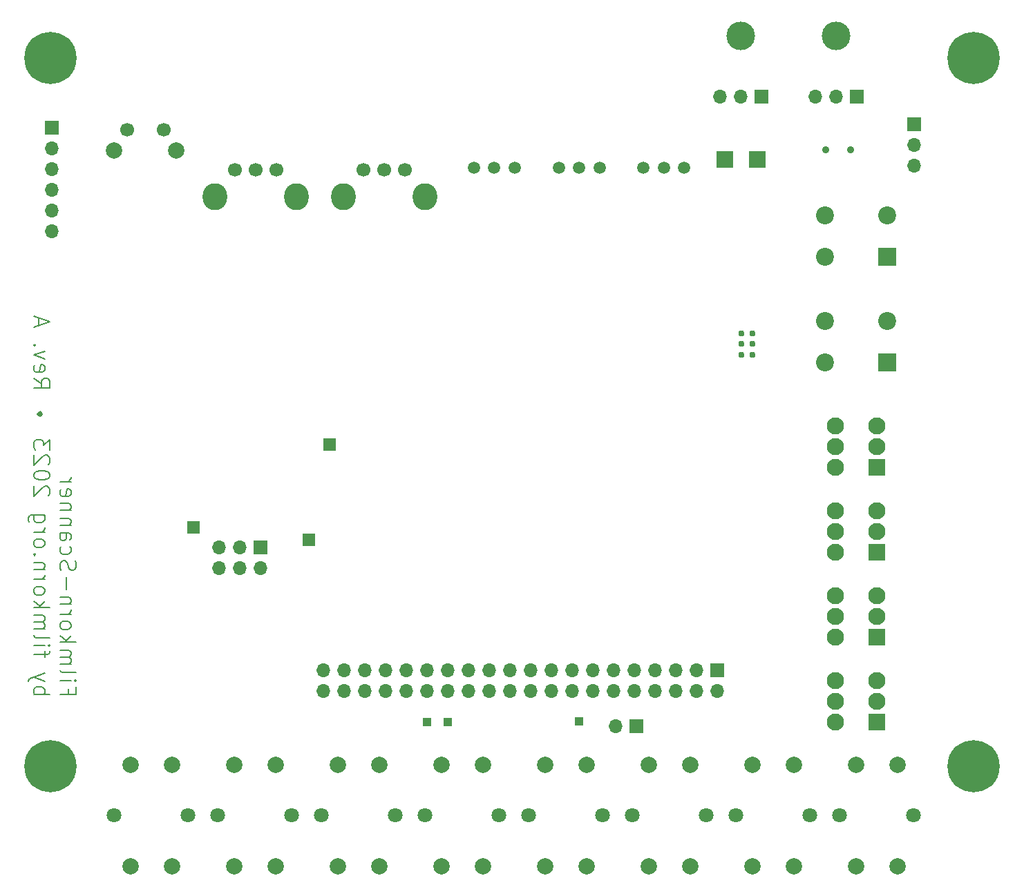
<source format=gbs>
%TF.GenerationSoftware,KiCad,Pcbnew,7.0.9-29-ge2d8d53a10*%
%TF.CreationDate,2023-11-19T17:16:07+01:00*%
%TF.ProjectId,scan-controller-kicad,7363616e-2d63-46f6-9e74-726f6c6c6572,rev?*%
%TF.SameCoordinates,Original*%
%TF.FileFunction,Soldermask,Bot*%
%TF.FilePolarity,Negative*%
%FSLAX46Y46*%
G04 Gerber Fmt 4.6, Leading zero omitted, Abs format (unit mm)*
G04 Created by KiCad (PCBNEW 7.0.9-29-ge2d8d53a10) date 2023-11-19 17:16:07*
%MOMM*%
%LPD*%
G01*
G04 APERTURE LIST*
%ADD10C,0.200000*%
%ADD11C,0.900000*%
%ADD12O,1.700000X1.700000*%
%ADD13R,1.700000X1.700000*%
%ADD14C,2.000000*%
%ADD15C,1.800000*%
%ADD16R,1.500000X1.500000*%
%ADD17C,2.100000*%
%ADD18R,2.100000X2.100000*%
%ADD19C,1.520000*%
%ADD20R,2.000000X2.000000*%
%ADD21C,3.500000*%
%ADD22C,2.600000*%
%ADD23C,0.800000*%
%ADD24C,6.400000*%
%ADD25C,2.200000*%
%ADD26R,2.200000X2.200000*%
%ADD27O,3.000000X3.300000*%
%ADD28C,1.700000*%
%ADD29R,1.000000X1.000000*%
%ADD30C,0.770000*%
G04 APERTURE END LIST*
D10*
X126912781Y-126625565D02*
X126912781Y-127292232D01*
X125865162Y-127292232D02*
X127865162Y-127292232D01*
X127865162Y-127292232D02*
X127865162Y-126339851D01*
X125865162Y-125577946D02*
X127198496Y-125577946D01*
X127865162Y-125577946D02*
X127769924Y-125673184D01*
X127769924Y-125673184D02*
X127674686Y-125577946D01*
X127674686Y-125577946D02*
X127769924Y-125482708D01*
X127769924Y-125482708D02*
X127865162Y-125577946D01*
X127865162Y-125577946D02*
X127674686Y-125577946D01*
X125865162Y-124339851D02*
X125960401Y-124530327D01*
X125960401Y-124530327D02*
X126150877Y-124625565D01*
X126150877Y-124625565D02*
X127865162Y-124625565D01*
X125865162Y-123577946D02*
X127198496Y-123577946D01*
X127008020Y-123577946D02*
X127103258Y-123482708D01*
X127103258Y-123482708D02*
X127198496Y-123292232D01*
X127198496Y-123292232D02*
X127198496Y-123006517D01*
X127198496Y-123006517D02*
X127103258Y-122816041D01*
X127103258Y-122816041D02*
X126912781Y-122720803D01*
X126912781Y-122720803D02*
X125865162Y-122720803D01*
X126912781Y-122720803D02*
X127103258Y-122625565D01*
X127103258Y-122625565D02*
X127198496Y-122435089D01*
X127198496Y-122435089D02*
X127198496Y-122149375D01*
X127198496Y-122149375D02*
X127103258Y-121958898D01*
X127103258Y-121958898D02*
X126912781Y-121863660D01*
X126912781Y-121863660D02*
X125865162Y-121863660D01*
X125865162Y-120911279D02*
X127865162Y-120911279D01*
X126627067Y-120720803D02*
X125865162Y-120149374D01*
X127198496Y-120149374D02*
X126436591Y-120911279D01*
X125865162Y-119006517D02*
X125960401Y-119196993D01*
X125960401Y-119196993D02*
X126055639Y-119292231D01*
X126055639Y-119292231D02*
X126246115Y-119387469D01*
X126246115Y-119387469D02*
X126817543Y-119387469D01*
X126817543Y-119387469D02*
X127008020Y-119292231D01*
X127008020Y-119292231D02*
X127103258Y-119196993D01*
X127103258Y-119196993D02*
X127198496Y-119006517D01*
X127198496Y-119006517D02*
X127198496Y-118720802D01*
X127198496Y-118720802D02*
X127103258Y-118530326D01*
X127103258Y-118530326D02*
X127008020Y-118435088D01*
X127008020Y-118435088D02*
X126817543Y-118339850D01*
X126817543Y-118339850D02*
X126246115Y-118339850D01*
X126246115Y-118339850D02*
X126055639Y-118435088D01*
X126055639Y-118435088D02*
X125960401Y-118530326D01*
X125960401Y-118530326D02*
X125865162Y-118720802D01*
X125865162Y-118720802D02*
X125865162Y-119006517D01*
X125865162Y-117482707D02*
X127198496Y-117482707D01*
X126817543Y-117482707D02*
X127008020Y-117387469D01*
X127008020Y-117387469D02*
X127103258Y-117292231D01*
X127103258Y-117292231D02*
X127198496Y-117101755D01*
X127198496Y-117101755D02*
X127198496Y-116911278D01*
X127198496Y-116244612D02*
X125865162Y-116244612D01*
X127008020Y-116244612D02*
X127103258Y-116149374D01*
X127103258Y-116149374D02*
X127198496Y-115958898D01*
X127198496Y-115958898D02*
X127198496Y-115673183D01*
X127198496Y-115673183D02*
X127103258Y-115482707D01*
X127103258Y-115482707D02*
X126912781Y-115387469D01*
X126912781Y-115387469D02*
X125865162Y-115387469D01*
X126627067Y-114435088D02*
X126627067Y-112911279D01*
X125960401Y-112054136D02*
X125865162Y-111768422D01*
X125865162Y-111768422D02*
X125865162Y-111292231D01*
X125865162Y-111292231D02*
X125960401Y-111101755D01*
X125960401Y-111101755D02*
X126055639Y-111006517D01*
X126055639Y-111006517D02*
X126246115Y-110911279D01*
X126246115Y-110911279D02*
X126436591Y-110911279D01*
X126436591Y-110911279D02*
X126627067Y-111006517D01*
X126627067Y-111006517D02*
X126722305Y-111101755D01*
X126722305Y-111101755D02*
X126817543Y-111292231D01*
X126817543Y-111292231D02*
X126912781Y-111673184D01*
X126912781Y-111673184D02*
X127008020Y-111863660D01*
X127008020Y-111863660D02*
X127103258Y-111958898D01*
X127103258Y-111958898D02*
X127293734Y-112054136D01*
X127293734Y-112054136D02*
X127484210Y-112054136D01*
X127484210Y-112054136D02*
X127674686Y-111958898D01*
X127674686Y-111958898D02*
X127769924Y-111863660D01*
X127769924Y-111863660D02*
X127865162Y-111673184D01*
X127865162Y-111673184D02*
X127865162Y-111196993D01*
X127865162Y-111196993D02*
X127769924Y-110911279D01*
X125960401Y-109196993D02*
X125865162Y-109387469D01*
X125865162Y-109387469D02*
X125865162Y-109768422D01*
X125865162Y-109768422D02*
X125960401Y-109958898D01*
X125960401Y-109958898D02*
X126055639Y-110054136D01*
X126055639Y-110054136D02*
X126246115Y-110149374D01*
X126246115Y-110149374D02*
X126817543Y-110149374D01*
X126817543Y-110149374D02*
X127008020Y-110054136D01*
X127008020Y-110054136D02*
X127103258Y-109958898D01*
X127103258Y-109958898D02*
X127198496Y-109768422D01*
X127198496Y-109768422D02*
X127198496Y-109387469D01*
X127198496Y-109387469D02*
X127103258Y-109196993D01*
X125865162Y-107482707D02*
X126912781Y-107482707D01*
X126912781Y-107482707D02*
X127103258Y-107577945D01*
X127103258Y-107577945D02*
X127198496Y-107768421D01*
X127198496Y-107768421D02*
X127198496Y-108149374D01*
X127198496Y-108149374D02*
X127103258Y-108339850D01*
X125960401Y-107482707D02*
X125865162Y-107673183D01*
X125865162Y-107673183D02*
X125865162Y-108149374D01*
X125865162Y-108149374D02*
X125960401Y-108339850D01*
X125960401Y-108339850D02*
X126150877Y-108435088D01*
X126150877Y-108435088D02*
X126341353Y-108435088D01*
X126341353Y-108435088D02*
X126531829Y-108339850D01*
X126531829Y-108339850D02*
X126627067Y-108149374D01*
X126627067Y-108149374D02*
X126627067Y-107673183D01*
X126627067Y-107673183D02*
X126722305Y-107482707D01*
X127198496Y-106530326D02*
X125865162Y-106530326D01*
X127008020Y-106530326D02*
X127103258Y-106435088D01*
X127103258Y-106435088D02*
X127198496Y-106244612D01*
X127198496Y-106244612D02*
X127198496Y-105958897D01*
X127198496Y-105958897D02*
X127103258Y-105768421D01*
X127103258Y-105768421D02*
X126912781Y-105673183D01*
X126912781Y-105673183D02*
X125865162Y-105673183D01*
X127198496Y-104720802D02*
X125865162Y-104720802D01*
X127008020Y-104720802D02*
X127103258Y-104625564D01*
X127103258Y-104625564D02*
X127198496Y-104435088D01*
X127198496Y-104435088D02*
X127198496Y-104149373D01*
X127198496Y-104149373D02*
X127103258Y-103958897D01*
X127103258Y-103958897D02*
X126912781Y-103863659D01*
X126912781Y-103863659D02*
X125865162Y-103863659D01*
X125960401Y-102149373D02*
X125865162Y-102339849D01*
X125865162Y-102339849D02*
X125865162Y-102720802D01*
X125865162Y-102720802D02*
X125960401Y-102911278D01*
X125960401Y-102911278D02*
X126150877Y-103006516D01*
X126150877Y-103006516D02*
X126912781Y-103006516D01*
X126912781Y-103006516D02*
X127103258Y-102911278D01*
X127103258Y-102911278D02*
X127198496Y-102720802D01*
X127198496Y-102720802D02*
X127198496Y-102339849D01*
X127198496Y-102339849D02*
X127103258Y-102149373D01*
X127103258Y-102149373D02*
X126912781Y-102054135D01*
X126912781Y-102054135D02*
X126722305Y-102054135D01*
X126722305Y-102054135D02*
X126531829Y-103006516D01*
X125865162Y-101196992D02*
X127198496Y-101196992D01*
X126817543Y-101196992D02*
X127008020Y-101101754D01*
X127008020Y-101101754D02*
X127103258Y-101006516D01*
X127103258Y-101006516D02*
X127198496Y-100816040D01*
X127198496Y-100816040D02*
X127198496Y-100625563D01*
X122645162Y-127292232D02*
X124645162Y-127292232D01*
X123883258Y-127292232D02*
X123978496Y-127101756D01*
X123978496Y-127101756D02*
X123978496Y-126720803D01*
X123978496Y-126720803D02*
X123883258Y-126530327D01*
X123883258Y-126530327D02*
X123788020Y-126435089D01*
X123788020Y-126435089D02*
X123597543Y-126339851D01*
X123597543Y-126339851D02*
X123026115Y-126339851D01*
X123026115Y-126339851D02*
X122835639Y-126435089D01*
X122835639Y-126435089D02*
X122740401Y-126530327D01*
X122740401Y-126530327D02*
X122645162Y-126720803D01*
X122645162Y-126720803D02*
X122645162Y-127101756D01*
X122645162Y-127101756D02*
X122740401Y-127292232D01*
X123978496Y-125673184D02*
X122645162Y-125196994D01*
X123978496Y-124720803D02*
X122645162Y-125196994D01*
X122645162Y-125196994D02*
X122168972Y-125387470D01*
X122168972Y-125387470D02*
X122073734Y-125482708D01*
X122073734Y-125482708D02*
X121978496Y-125673184D01*
X123978496Y-122720802D02*
X123978496Y-121958898D01*
X122645162Y-122435088D02*
X124359448Y-122435088D01*
X124359448Y-122435088D02*
X124549924Y-122339850D01*
X124549924Y-122339850D02*
X124645162Y-122149374D01*
X124645162Y-122149374D02*
X124645162Y-121958898D01*
X122645162Y-121292231D02*
X123978496Y-121292231D01*
X124645162Y-121292231D02*
X124549924Y-121387469D01*
X124549924Y-121387469D02*
X124454686Y-121292231D01*
X124454686Y-121292231D02*
X124549924Y-121196993D01*
X124549924Y-121196993D02*
X124645162Y-121292231D01*
X124645162Y-121292231D02*
X124454686Y-121292231D01*
X122645162Y-120054136D02*
X122740401Y-120244612D01*
X122740401Y-120244612D02*
X122930877Y-120339850D01*
X122930877Y-120339850D02*
X124645162Y-120339850D01*
X122645162Y-119292231D02*
X123978496Y-119292231D01*
X123788020Y-119292231D02*
X123883258Y-119196993D01*
X123883258Y-119196993D02*
X123978496Y-119006517D01*
X123978496Y-119006517D02*
X123978496Y-118720802D01*
X123978496Y-118720802D02*
X123883258Y-118530326D01*
X123883258Y-118530326D02*
X123692781Y-118435088D01*
X123692781Y-118435088D02*
X122645162Y-118435088D01*
X123692781Y-118435088D02*
X123883258Y-118339850D01*
X123883258Y-118339850D02*
X123978496Y-118149374D01*
X123978496Y-118149374D02*
X123978496Y-117863660D01*
X123978496Y-117863660D02*
X123883258Y-117673183D01*
X123883258Y-117673183D02*
X123692781Y-117577945D01*
X123692781Y-117577945D02*
X122645162Y-117577945D01*
X122645162Y-116625564D02*
X124645162Y-116625564D01*
X123407067Y-116435088D02*
X122645162Y-115863659D01*
X123978496Y-115863659D02*
X123216591Y-116625564D01*
X122645162Y-114720802D02*
X122740401Y-114911278D01*
X122740401Y-114911278D02*
X122835639Y-115006516D01*
X122835639Y-115006516D02*
X123026115Y-115101754D01*
X123026115Y-115101754D02*
X123597543Y-115101754D01*
X123597543Y-115101754D02*
X123788020Y-115006516D01*
X123788020Y-115006516D02*
X123883258Y-114911278D01*
X123883258Y-114911278D02*
X123978496Y-114720802D01*
X123978496Y-114720802D02*
X123978496Y-114435087D01*
X123978496Y-114435087D02*
X123883258Y-114244611D01*
X123883258Y-114244611D02*
X123788020Y-114149373D01*
X123788020Y-114149373D02*
X123597543Y-114054135D01*
X123597543Y-114054135D02*
X123026115Y-114054135D01*
X123026115Y-114054135D02*
X122835639Y-114149373D01*
X122835639Y-114149373D02*
X122740401Y-114244611D01*
X122740401Y-114244611D02*
X122645162Y-114435087D01*
X122645162Y-114435087D02*
X122645162Y-114720802D01*
X122645162Y-113196992D02*
X123978496Y-113196992D01*
X123597543Y-113196992D02*
X123788020Y-113101754D01*
X123788020Y-113101754D02*
X123883258Y-113006516D01*
X123883258Y-113006516D02*
X123978496Y-112816040D01*
X123978496Y-112816040D02*
X123978496Y-112625563D01*
X123978496Y-111958897D02*
X122645162Y-111958897D01*
X123788020Y-111958897D02*
X123883258Y-111863659D01*
X123883258Y-111863659D02*
X123978496Y-111673183D01*
X123978496Y-111673183D02*
X123978496Y-111387468D01*
X123978496Y-111387468D02*
X123883258Y-111196992D01*
X123883258Y-111196992D02*
X123692781Y-111101754D01*
X123692781Y-111101754D02*
X122645162Y-111101754D01*
X122835639Y-110149373D02*
X122740401Y-110054135D01*
X122740401Y-110054135D02*
X122645162Y-110149373D01*
X122645162Y-110149373D02*
X122740401Y-110244611D01*
X122740401Y-110244611D02*
X122835639Y-110149373D01*
X122835639Y-110149373D02*
X122645162Y-110149373D01*
X122645162Y-108911278D02*
X122740401Y-109101754D01*
X122740401Y-109101754D02*
X122835639Y-109196992D01*
X122835639Y-109196992D02*
X123026115Y-109292230D01*
X123026115Y-109292230D02*
X123597543Y-109292230D01*
X123597543Y-109292230D02*
X123788020Y-109196992D01*
X123788020Y-109196992D02*
X123883258Y-109101754D01*
X123883258Y-109101754D02*
X123978496Y-108911278D01*
X123978496Y-108911278D02*
X123978496Y-108625563D01*
X123978496Y-108625563D02*
X123883258Y-108435087D01*
X123883258Y-108435087D02*
X123788020Y-108339849D01*
X123788020Y-108339849D02*
X123597543Y-108244611D01*
X123597543Y-108244611D02*
X123026115Y-108244611D01*
X123026115Y-108244611D02*
X122835639Y-108339849D01*
X122835639Y-108339849D02*
X122740401Y-108435087D01*
X122740401Y-108435087D02*
X122645162Y-108625563D01*
X122645162Y-108625563D02*
X122645162Y-108911278D01*
X122645162Y-107387468D02*
X123978496Y-107387468D01*
X123597543Y-107387468D02*
X123788020Y-107292230D01*
X123788020Y-107292230D02*
X123883258Y-107196992D01*
X123883258Y-107196992D02*
X123978496Y-107006516D01*
X123978496Y-107006516D02*
X123978496Y-106816039D01*
X123978496Y-105292230D02*
X122359448Y-105292230D01*
X122359448Y-105292230D02*
X122168972Y-105387468D01*
X122168972Y-105387468D02*
X122073734Y-105482706D01*
X122073734Y-105482706D02*
X121978496Y-105673183D01*
X121978496Y-105673183D02*
X121978496Y-105958897D01*
X121978496Y-105958897D02*
X122073734Y-106149373D01*
X122740401Y-105292230D02*
X122645162Y-105482706D01*
X122645162Y-105482706D02*
X122645162Y-105863659D01*
X122645162Y-105863659D02*
X122740401Y-106054135D01*
X122740401Y-106054135D02*
X122835639Y-106149373D01*
X122835639Y-106149373D02*
X123026115Y-106244611D01*
X123026115Y-106244611D02*
X123597543Y-106244611D01*
X123597543Y-106244611D02*
X123788020Y-106149373D01*
X123788020Y-106149373D02*
X123883258Y-106054135D01*
X123883258Y-106054135D02*
X123978496Y-105863659D01*
X123978496Y-105863659D02*
X123978496Y-105482706D01*
X123978496Y-105482706D02*
X123883258Y-105292230D01*
X124454686Y-102911277D02*
X124549924Y-102816039D01*
X124549924Y-102816039D02*
X124645162Y-102625563D01*
X124645162Y-102625563D02*
X124645162Y-102149372D01*
X124645162Y-102149372D02*
X124549924Y-101958896D01*
X124549924Y-101958896D02*
X124454686Y-101863658D01*
X124454686Y-101863658D02*
X124264210Y-101768420D01*
X124264210Y-101768420D02*
X124073734Y-101768420D01*
X124073734Y-101768420D02*
X123788020Y-101863658D01*
X123788020Y-101863658D02*
X122645162Y-103006515D01*
X122645162Y-103006515D02*
X122645162Y-101768420D01*
X124645162Y-100530325D02*
X124645162Y-100339848D01*
X124645162Y-100339848D02*
X124549924Y-100149372D01*
X124549924Y-100149372D02*
X124454686Y-100054134D01*
X124454686Y-100054134D02*
X124264210Y-99958896D01*
X124264210Y-99958896D02*
X123883258Y-99863658D01*
X123883258Y-99863658D02*
X123407067Y-99863658D01*
X123407067Y-99863658D02*
X123026115Y-99958896D01*
X123026115Y-99958896D02*
X122835639Y-100054134D01*
X122835639Y-100054134D02*
X122740401Y-100149372D01*
X122740401Y-100149372D02*
X122645162Y-100339848D01*
X122645162Y-100339848D02*
X122645162Y-100530325D01*
X122645162Y-100530325D02*
X122740401Y-100720801D01*
X122740401Y-100720801D02*
X122835639Y-100816039D01*
X122835639Y-100816039D02*
X123026115Y-100911277D01*
X123026115Y-100911277D02*
X123407067Y-101006515D01*
X123407067Y-101006515D02*
X123883258Y-101006515D01*
X123883258Y-101006515D02*
X124264210Y-100911277D01*
X124264210Y-100911277D02*
X124454686Y-100816039D01*
X124454686Y-100816039D02*
X124549924Y-100720801D01*
X124549924Y-100720801D02*
X124645162Y-100530325D01*
X124454686Y-99101753D02*
X124549924Y-99006515D01*
X124549924Y-99006515D02*
X124645162Y-98816039D01*
X124645162Y-98816039D02*
X124645162Y-98339848D01*
X124645162Y-98339848D02*
X124549924Y-98149372D01*
X124549924Y-98149372D02*
X124454686Y-98054134D01*
X124454686Y-98054134D02*
X124264210Y-97958896D01*
X124264210Y-97958896D02*
X124073734Y-97958896D01*
X124073734Y-97958896D02*
X123788020Y-98054134D01*
X123788020Y-98054134D02*
X122645162Y-99196991D01*
X122645162Y-99196991D02*
X122645162Y-97958896D01*
X124645162Y-97292229D02*
X124645162Y-96054134D01*
X124645162Y-96054134D02*
X123883258Y-96720801D01*
X123883258Y-96720801D02*
X123883258Y-96435086D01*
X123883258Y-96435086D02*
X123788020Y-96244610D01*
X123788020Y-96244610D02*
X123692781Y-96149372D01*
X123692781Y-96149372D02*
X123502305Y-96054134D01*
X123502305Y-96054134D02*
X123026115Y-96054134D01*
X123026115Y-96054134D02*
X122835639Y-96149372D01*
X122835639Y-96149372D02*
X122740401Y-96244610D01*
X122740401Y-96244610D02*
X122645162Y-96435086D01*
X122645162Y-96435086D02*
X122645162Y-97006515D01*
X122645162Y-97006515D02*
X122740401Y-97196991D01*
X122740401Y-97196991D02*
X122835639Y-97292229D01*
X123597543Y-93101752D02*
X123216591Y-93101752D01*
X123216591Y-93006514D02*
X123597543Y-93006514D01*
X123692781Y-92911276D02*
X123121353Y-92911276D01*
X123216591Y-92816038D02*
X123597543Y-92816038D01*
X123597543Y-92720800D02*
X123216591Y-92720800D01*
X123311829Y-93101752D02*
X123121353Y-92911276D01*
X123121353Y-92911276D02*
X123311829Y-92720800D01*
X123502305Y-93101752D02*
X123692781Y-92911276D01*
X123692781Y-92911276D02*
X123502305Y-92720800D01*
X123597543Y-93101752D02*
X123692781Y-92911276D01*
X123692781Y-92911276D02*
X123597543Y-92720800D01*
X123597543Y-92720800D02*
X123407067Y-92625562D01*
X123407067Y-92625562D02*
X123216591Y-92720800D01*
X123216591Y-92720800D02*
X123121353Y-92911276D01*
X123121353Y-92911276D02*
X123216591Y-93101752D01*
X123216591Y-93101752D02*
X123407067Y-93196991D01*
X123407067Y-93196991D02*
X123597543Y-93101752D01*
X122645162Y-88530324D02*
X123597543Y-89196991D01*
X122645162Y-89673181D02*
X124645162Y-89673181D01*
X124645162Y-89673181D02*
X124645162Y-88911276D01*
X124645162Y-88911276D02*
X124549924Y-88720800D01*
X124549924Y-88720800D02*
X124454686Y-88625562D01*
X124454686Y-88625562D02*
X124264210Y-88530324D01*
X124264210Y-88530324D02*
X123978496Y-88530324D01*
X123978496Y-88530324D02*
X123788020Y-88625562D01*
X123788020Y-88625562D02*
X123692781Y-88720800D01*
X123692781Y-88720800D02*
X123597543Y-88911276D01*
X123597543Y-88911276D02*
X123597543Y-89673181D01*
X122740401Y-86911276D02*
X122645162Y-87101752D01*
X122645162Y-87101752D02*
X122645162Y-87482705D01*
X122645162Y-87482705D02*
X122740401Y-87673181D01*
X122740401Y-87673181D02*
X122930877Y-87768419D01*
X122930877Y-87768419D02*
X123692781Y-87768419D01*
X123692781Y-87768419D02*
X123883258Y-87673181D01*
X123883258Y-87673181D02*
X123978496Y-87482705D01*
X123978496Y-87482705D02*
X123978496Y-87101752D01*
X123978496Y-87101752D02*
X123883258Y-86911276D01*
X123883258Y-86911276D02*
X123692781Y-86816038D01*
X123692781Y-86816038D02*
X123502305Y-86816038D01*
X123502305Y-86816038D02*
X123311829Y-87768419D01*
X123978496Y-86149371D02*
X122645162Y-85673181D01*
X122645162Y-85673181D02*
X123978496Y-85196990D01*
X122835639Y-84435085D02*
X122740401Y-84339847D01*
X122740401Y-84339847D02*
X122645162Y-84435085D01*
X122645162Y-84435085D02*
X122740401Y-84530323D01*
X122740401Y-84530323D02*
X122835639Y-84435085D01*
X122835639Y-84435085D02*
X122645162Y-84435085D01*
X123216591Y-82054132D02*
X123216591Y-81101751D01*
X122645162Y-82244608D02*
X124645162Y-81577942D01*
X124645162Y-81577942D02*
X122645162Y-80911275D01*
D11*
%TO.C,SW11*%
X219724000Y-60489000D03*
X222724000Y-60489000D03*
%TD*%
D12*
%TO.C,J7*%
X230523500Y-62484000D03*
X230523500Y-59944000D03*
D13*
X230523500Y-57404000D03*
%TD*%
D14*
%TO.C,SW5*%
X177663593Y-135909763D03*
X177663593Y-148409763D03*
X172583593Y-135909763D03*
X172583593Y-148409763D03*
D15*
X179623593Y-142159763D03*
X170623593Y-142159763D03*
%TD*%
D16*
%TO.C,TP7*%
X156327593Y-108377763D03*
%TD*%
D17*
%TO.C,CN3*%
X225933000Y-115189000D03*
X220853000Y-115189000D03*
X225933000Y-117729000D03*
X220853000Y-117729000D03*
D18*
X225933000Y-120269000D03*
D17*
X220853000Y-120269000D03*
%TD*%
%TO.C,CN4*%
X225923593Y-104775000D03*
X220843593Y-104775000D03*
X225923593Y-107315000D03*
X220843593Y-107315000D03*
D18*
X225923593Y-109855000D03*
D17*
X220843593Y-109855000D03*
%TD*%
D19*
%TO.C,RV5*%
X202358000Y-62738000D03*
X199858000Y-62738000D03*
X197358000Y-62738000D03*
%TD*%
D20*
%TO.C,TP1*%
X207300000Y-61700000D03*
%TD*%
D14*
%TO.C,SW4*%
X164963593Y-135909763D03*
X164963593Y-148409763D03*
X159883593Y-135909763D03*
X159883593Y-148409763D03*
D15*
X166923593Y-142159763D03*
X157923593Y-142159763D03*
%TD*%
D21*
%TO.C,REF\u002A\u002A*%
X209318000Y-46502000D03*
D22*
X209318000Y-46502000D03*
%TD*%
D12*
%TO.C,J2*%
X193960000Y-131200000D03*
D13*
X196500000Y-131200000D03*
%TD*%
D14*
%TO.C,SW3*%
X152263593Y-135909763D03*
X152263593Y-148409763D03*
X147183593Y-135909763D03*
X147183593Y-148409763D03*
D15*
X154223593Y-142159763D03*
X145223593Y-142159763D03*
%TD*%
D12*
%TO.C,J6*%
X218430000Y-54018500D03*
X220970000Y-54018500D03*
D13*
X223510000Y-54018500D03*
%TD*%
D12*
%TO.C,J4*%
X124900000Y-70460000D03*
X124900000Y-67920000D03*
X124900000Y-65380000D03*
X124900000Y-62840000D03*
X124900000Y-60300000D03*
D13*
X124900000Y-57760000D03*
%TD*%
D23*
%TO.C,REF\u002A\u002A*%
X127102944Y-136150000D03*
X126400000Y-137847056D03*
X126400000Y-134452944D03*
X124702944Y-138550000D03*
D24*
X124702944Y-136150000D03*
D23*
X124702944Y-133750000D03*
X123005888Y-137847056D03*
X123005888Y-134452944D03*
X122302944Y-136150000D03*
%TD*%
D12*
%TO.C,J3*%
X145345593Y-111801763D03*
X145345593Y-109261763D03*
X147885593Y-111801763D03*
X147885593Y-109261763D03*
X150425593Y-111801763D03*
D13*
X150425593Y-109261763D03*
%TD*%
D25*
%TO.C,CN5*%
X227203000Y-81534000D03*
X219583000Y-81534000D03*
D26*
X227203000Y-86614000D03*
D25*
X219583000Y-86614000D03*
%TD*%
D16*
%TO.C,TP8*%
X142240000Y-106853763D03*
%TD*%
D19*
%TO.C,RV3*%
X181570000Y-62738000D03*
X179070000Y-62738000D03*
X176570000Y-62738000D03*
%TD*%
D27*
%TO.C,RV1*%
X170608000Y-66292000D03*
X160608000Y-66292000D03*
D28*
X163068000Y-62992000D03*
X165608000Y-62992000D03*
X168148000Y-62992000D03*
%TD*%
D14*
%TO.C,SW9*%
X228463593Y-135909763D03*
X228463593Y-148409763D03*
X223383593Y-135909763D03*
X223383593Y-148409763D03*
D15*
X230423593Y-142159763D03*
X221423593Y-142159763D03*
%TD*%
D29*
%TO.C,TP3*%
X173345593Y-130729763D03*
%TD*%
D25*
%TO.C,CN1*%
X227193593Y-68580000D03*
X219573593Y-68580000D03*
D26*
X227193593Y-73660000D03*
D25*
X219573593Y-73660000D03*
%TD*%
D29*
%TO.C,TP6*%
X189500000Y-130600000D03*
%TD*%
D14*
%TO.C,SW8*%
X215763593Y-135909763D03*
X215763593Y-148409763D03*
X210683593Y-135909763D03*
X210683593Y-148409763D03*
D15*
X217723593Y-142159763D03*
X208723593Y-142159763D03*
%TD*%
D16*
%TO.C,TP9*%
X158867593Y-96693763D03*
%TD*%
D29*
%TO.C,TP4*%
X170805593Y-130729763D03*
%TD*%
D30*
%TO.C,U5*%
X210698593Y-85628000D03*
X210698593Y-84328000D03*
X210698593Y-83028000D03*
X209398593Y-85628000D03*
X209398593Y-84328000D03*
X209398593Y-83028000D03*
%TD*%
D14*
%TO.C,SW10*%
X140122000Y-60570000D03*
X132502000Y-60570000D03*
D28*
X134062000Y-58030000D03*
X138562000Y-58030000D03*
%TD*%
D23*
%TO.C,REFe*%
X240202944Y-136150000D03*
X239500000Y-137847056D03*
X239500000Y-134452944D03*
X237802944Y-138550000D03*
D24*
X237802944Y-136150000D03*
D23*
X237802944Y-133750000D03*
X236105888Y-137847056D03*
X236105888Y-134452944D03*
X235402944Y-136150000D03*
%TD*%
D17*
%TO.C,CN6*%
X225923593Y-94361000D03*
X220843593Y-94361000D03*
X225923593Y-96901000D03*
X220843593Y-96901000D03*
D18*
X225923593Y-99441000D03*
D17*
X220843593Y-99441000D03*
%TD*%
D23*
%TO.C,REFee*%
X240200000Y-49200000D03*
X239497056Y-50897056D03*
X239497056Y-47502944D03*
X237800000Y-51600000D03*
D24*
X237800000Y-49200000D03*
D23*
X237800000Y-46800000D03*
X236102944Y-50897056D03*
X236102944Y-47502944D03*
X235400000Y-49200000D03*
%TD*%
D17*
%TO.C,CN2*%
X225923593Y-125649763D03*
X220843593Y-125649763D03*
X225923593Y-128189763D03*
X220843593Y-128189763D03*
D18*
X225923593Y-130729763D03*
D17*
X220843593Y-130729763D03*
%TD*%
D14*
%TO.C,SW2*%
X139563593Y-135909763D03*
X139563593Y-148409763D03*
X134483593Y-135909763D03*
X134483593Y-148409763D03*
D15*
X141523593Y-142159763D03*
X132523593Y-142159763D03*
%TD*%
D23*
%TO.C,REF\u002A\u002A*%
X127102944Y-49200000D03*
X126400000Y-50897056D03*
X126400000Y-47502944D03*
X124702944Y-51600000D03*
D24*
X124702944Y-49200000D03*
D23*
X124702944Y-46800000D03*
X123005888Y-50897056D03*
X123005888Y-47502944D03*
X122302944Y-49200000D03*
%TD*%
D14*
%TO.C,SW6*%
X190363593Y-135909763D03*
X190363593Y-148409763D03*
X185283593Y-135909763D03*
X185283593Y-148409763D03*
D15*
X192323593Y-142159763D03*
X183323593Y-142159763D03*
%TD*%
D14*
%TO.C,SW7*%
X203063593Y-135909763D03*
X203063593Y-148409763D03*
X197983593Y-135909763D03*
X197983593Y-148409763D03*
D15*
X205023593Y-142159763D03*
X196023593Y-142159763D03*
%TD*%
D21*
%TO.C,REF\u002A\u002A*%
X221002000Y-46502000D03*
D22*
X221002000Y-46502000D03*
%TD*%
D20*
%TO.C,TP2*%
X211328000Y-61700000D03*
%TD*%
D27*
%TO.C,RV2*%
X154860000Y-66292000D03*
X144860000Y-66292000D03*
D28*
X147320000Y-62992000D03*
X149860000Y-62992000D03*
X152400000Y-62992000D03*
%TD*%
D12*
%TO.C,J5*%
X206778000Y-54018500D03*
X209318000Y-54018500D03*
D13*
X211858000Y-54018500D03*
%TD*%
D19*
%TO.C,RV4*%
X191984000Y-62738000D03*
X189484000Y-62738000D03*
X186984000Y-62738000D03*
%TD*%
D12*
%TO.C,J1*%
X158105593Y-126919763D03*
X158105593Y-124379763D03*
X160645593Y-126919763D03*
X160645593Y-124379763D03*
X163185593Y-126919763D03*
X163185593Y-124379763D03*
X165725593Y-126919763D03*
X165725593Y-124379763D03*
X168265593Y-126919763D03*
X168265593Y-124379763D03*
X170805593Y-126919763D03*
X170805593Y-124379763D03*
X173345593Y-126919763D03*
X173345593Y-124379763D03*
X175885593Y-126919763D03*
X175885593Y-124379763D03*
X178425593Y-126919763D03*
X178425593Y-124379763D03*
X180965593Y-126919763D03*
X180965593Y-124379763D03*
X183505593Y-126919763D03*
X183505593Y-124379763D03*
X186045593Y-126919763D03*
X186045593Y-124379763D03*
X188585593Y-126919763D03*
X188585593Y-124379763D03*
X191125593Y-126919763D03*
X191125593Y-124379763D03*
X193665593Y-126919763D03*
X193665593Y-124379763D03*
X196205593Y-126919763D03*
X196205593Y-124379763D03*
X198745593Y-126919763D03*
X198745593Y-124379763D03*
X201285593Y-126919763D03*
X201285593Y-124379763D03*
X203825593Y-126919763D03*
X203825593Y-124379763D03*
X206365593Y-126919763D03*
D13*
X206365593Y-124379763D03*
%TD*%
M02*

</source>
